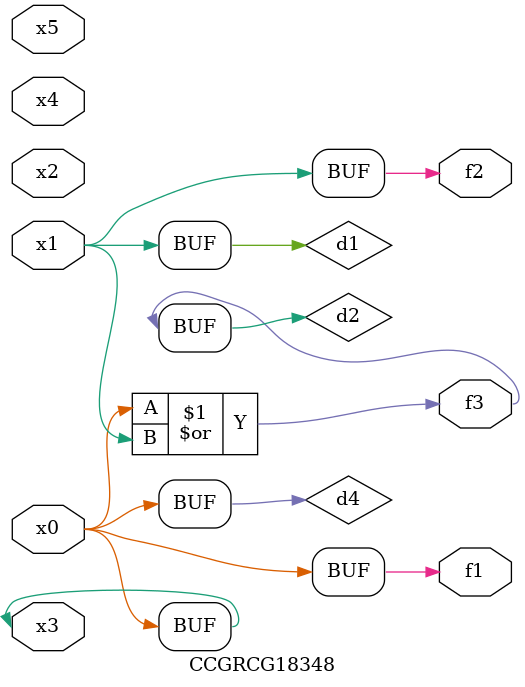
<source format=v>
module CCGRCG18348(
	input x0, x1, x2, x3, x4, x5,
	output f1, f2, f3
);

	wire d1, d2, d3, d4;

	and (d1, x1);
	or (d2, x0, x1);
	nand (d3, x0, x5);
	buf (d4, x0, x3);
	assign f1 = d4;
	assign f2 = d1;
	assign f3 = d2;
endmodule

</source>
